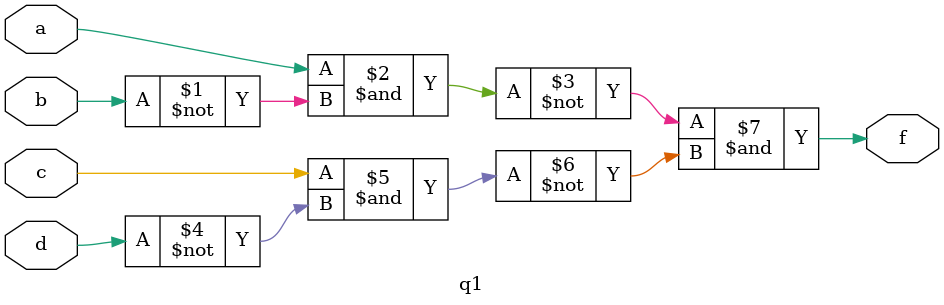
<source format=v>
module q1(a, b, c, d, f);
    input a, b, c, d;
    output f;
    assign f = (~(a&(~b)))&(~(c&(~d)));
    
endmodule

</source>
